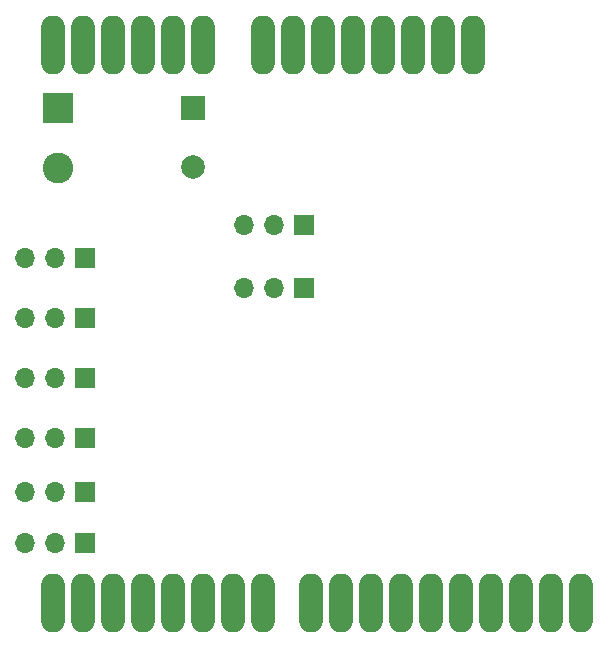
<source format=gbr>
%TF.GenerationSoftware,KiCad,Pcbnew,(6.0.10)*%
%TF.CreationDate,2023-02-13T14:00:59+04:00*%
%TF.ProjectId,servoShield,73657276-6f53-4686-9965-6c642e6b6963,rev?*%
%TF.SameCoordinates,Original*%
%TF.FileFunction,Soldermask,Bot*%
%TF.FilePolarity,Negative*%
%FSLAX46Y46*%
G04 Gerber Fmt 4.6, Leading zero omitted, Abs format (unit mm)*
G04 Created by KiCad (PCBNEW (6.0.10)) date 2023-02-13 14:00:59*
%MOMM*%
%LPD*%
G01*
G04 APERTURE LIST*
%ADD10R,1.700000X1.700000*%
%ADD11O,1.700000X1.700000*%
%ADD12R,2.000000X2.000000*%
%ADD13C,2.000000*%
%ADD14R,2.600000X2.600000*%
%ADD15C,2.600000*%
%ADD16O,2.040000X5.000000*%
G04 APERTURE END LIST*
D10*
%TO.C,M3*%
X118110000Y-63500000D03*
D11*
X115570000Y-63500000D03*
X113030000Y-63500000D03*
%TD*%
D10*
%TO.C,M1*%
X118095000Y-72390000D03*
D11*
X115555000Y-72390000D03*
X113015000Y-72390000D03*
%TD*%
D10*
%TO.C,M2*%
X118095000Y-68072000D03*
D11*
X115555000Y-68072000D03*
X113015000Y-68072000D03*
%TD*%
D10*
%TO.C,M8*%
X136637000Y-45466000D03*
D11*
X134097000Y-45466000D03*
X131557000Y-45466000D03*
%TD*%
D10*
%TO.C,M4*%
X118110000Y-58420000D03*
D11*
X115570000Y-58420000D03*
X113030000Y-58420000D03*
%TD*%
D10*
%TO.C,M6*%
X118110000Y-48260000D03*
D11*
X115570000Y-48260000D03*
X113030000Y-48260000D03*
%TD*%
D10*
%TO.C,M7*%
X136637000Y-50800000D03*
D11*
X134097000Y-50800000D03*
X131557000Y-50800000D03*
%TD*%
D12*
%TO.C,C1*%
X127254000Y-35560000D03*
D13*
X127254000Y-40560000D03*
%TD*%
D14*
%TO.C,BT1*%
X115824000Y-35560000D03*
D15*
X115824000Y-40640000D03*
%TD*%
D10*
%TO.C,M5*%
X118110000Y-53340000D03*
D11*
X115570000Y-53340000D03*
X113030000Y-53340000D03*
%TD*%
D16*
%TO.C,A1*%
X151026809Y-30218001D03*
X148486809Y-30218001D03*
X145946809Y-30218001D03*
X143406809Y-30218001D03*
X140866809Y-30218001D03*
X138326809Y-30218001D03*
X135786809Y-30218001D03*
X133246809Y-30218001D03*
X128166809Y-30218001D03*
X125626809Y-30218001D03*
X123086809Y-30218001D03*
X120546809Y-30218001D03*
X118006809Y-30218001D03*
X115466809Y-30218001D03*
X115466809Y-77478001D03*
X118006809Y-77478001D03*
X120546809Y-77478001D03*
X123086809Y-77478001D03*
X125626809Y-77478001D03*
X128166809Y-77478001D03*
X130706809Y-77478001D03*
X133246809Y-77478001D03*
X137306809Y-77478001D03*
X139846809Y-77478001D03*
X142386809Y-77478001D03*
X144926809Y-77478001D03*
X147466809Y-77478001D03*
X150006809Y-77478001D03*
X152546809Y-77478001D03*
X155086809Y-77478001D03*
X157626809Y-77478001D03*
X160166809Y-77478001D03*
%TD*%
M02*

</source>
